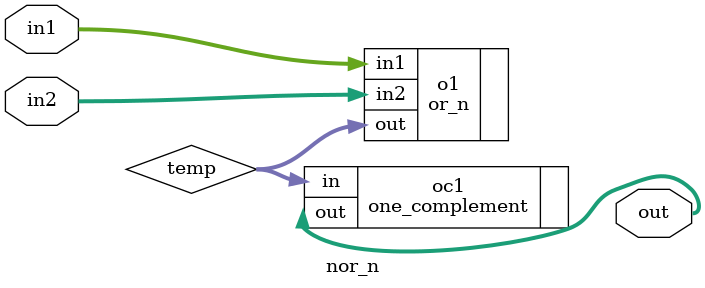
<source format=v>
`timescale 1ns / 1ps


module nor_n#(parameter N =32)(in1, in2, out);
    input [N-1:0] in1, in2;
    output [N-1:0] out;
    wire [N-1:0] temp;
    or_n o1(.in1(in1), .in2(in2), .out(temp));
    one_complement oc1(.in(temp), .out(out));
endmodule

</source>
